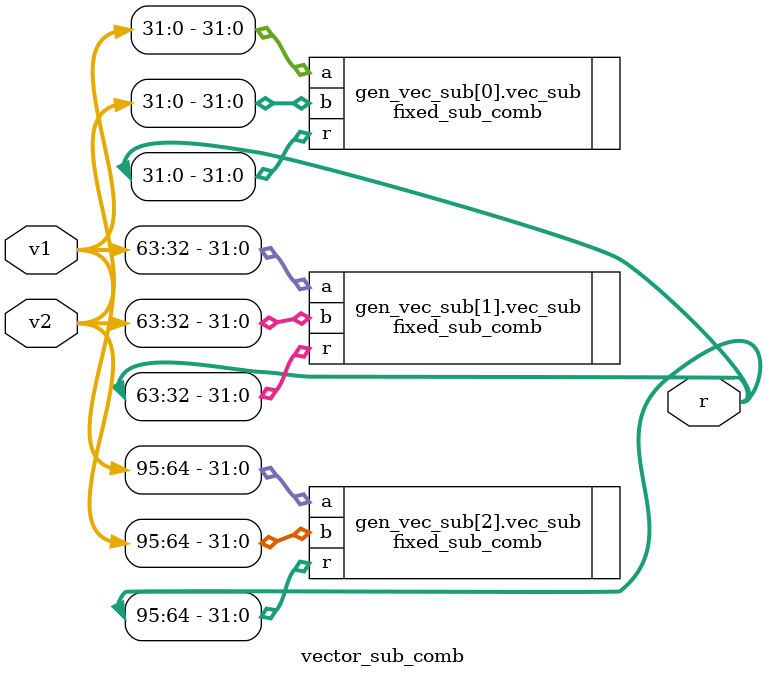
<source format=v>
`timescale 1ns / 1ps
module vector_sub(
		input clk,
		input rst,
		input new_data,
		output output_valid,
		
		input [95:0] v1,
		input [95:0] v2,
		output [95:0] r
    );
	 
	 wire[2:0] valids;
	genvar i;
	generate 
		for(i = 0; i<3; i = i+1) begin : gen_vec_sub
			fixed_sub vec_sub(
				.clk(clk),
				.rst(rst),
				.new_data(new_data),
				.output_valid(valids[i]),
			
				.a(v1[32*i+:32]),
				.b(v2[32*i+:32]),
				.r(r[32*i+:32])
			);
		end
	endgenerate
	assign output_valid = valids[0]&&valids[1]&&valids[2];

endmodule

module vector_sub_comb(
		input [95:0] v1,
		input [95:0] v2,
		output [95:0] r
    );
	 
	genvar i;
	generate 
		for(i = 0; i<3; i = i+1) begin : gen_vec_sub
			fixed_sub_comb vec_sub(
				.a(v1[32*i+:32]),
				.b(v2[32*i+:32]),
				.r(r[32*i+:32])
			);
		end
	endgenerate

endmodule

</source>
